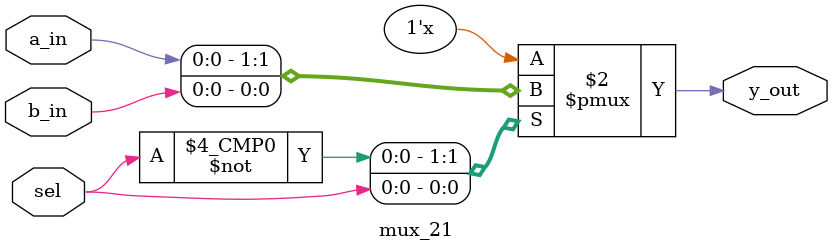
<source format=sv>
`timescale 1ns / 1ps


module mux_21(
                    input a_in,
                    input b_in,
                    input sel,
                    output logic y_out);
always@*
begin

        case(sel)
        1'b0 :y_out= a_in;
        1'b1 :y_out=b_in;
        endcase
end                   
endmodule

</source>
